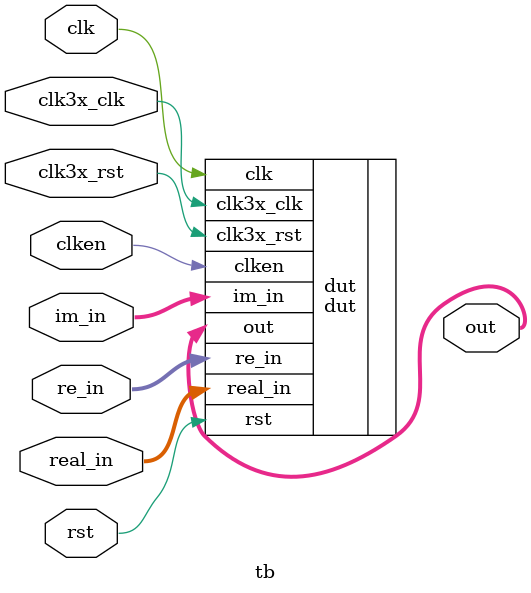
<source format=v>

`timescale 1ps/1ps

module tb
  (
   input wire         clk,
   input wire         rst,
   input wire         clk3x_clk,
   input wire         clk3x_rst,
   input wire         clken,
   input wire [15:0]  re_in,
   input wire [15:0]  im_in,
   input wire [23:0]  real_in,
   //input wire         peak_detect
   output wire [24:0] out
   //output wire        is_greater
   );

   glbl glbl ();

   dut dut
     (.clk(clk), .rst(rst), .clk3x_clk(clk3x_clk), .clk3x_rst(clk3x_rst),
      .clken(clken), .re_in(re_in), .im_in(im_in), .real_in(real_in),
      .out(out));

`ifdef COCOTB_SIM
   initial begin
      $dumpfile("dump.vcd");
      $dumpvars(0, dut);
   end
`endif
endmodule // tb

</source>
